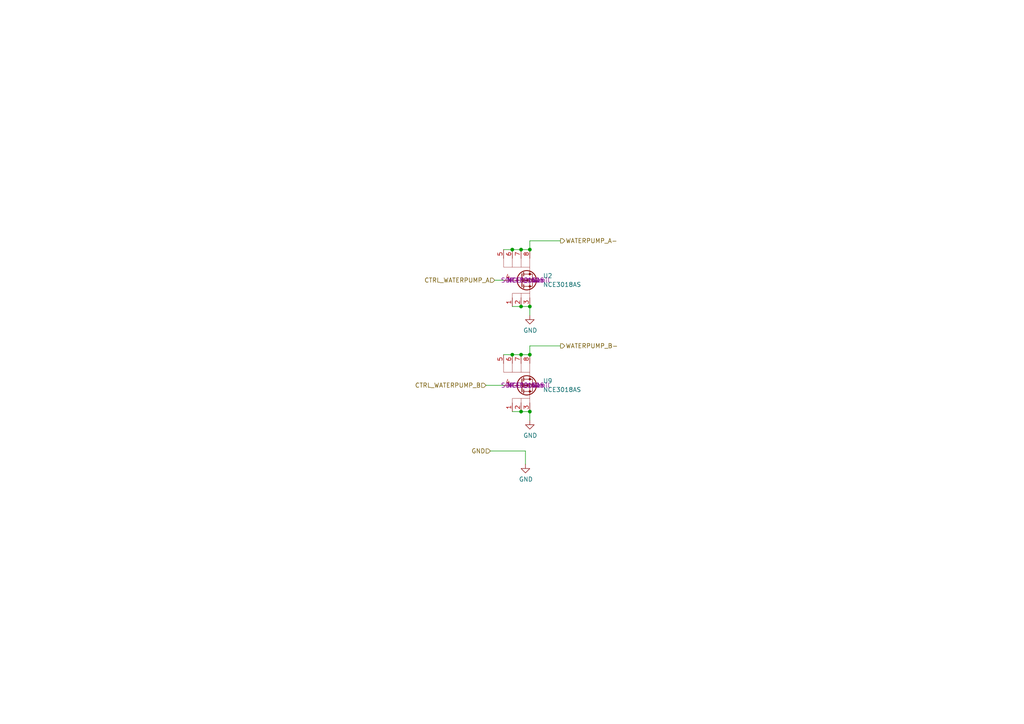
<source format=kicad_sch>
(kicad_sch (version 20210126) (generator eeschema)

  (paper "A4")

  (lib_symbols
    (symbol "Transistors:NCE3018AS" (in_bom yes) (on_board yes)
      (property "Reference" "U" (id 0) (at 3.81 1.27 0)
        (effects (font (size 1.27 1.27)))
      )
      (property "Value" "NCE3018AS" (id 1) (at 7.62 3.81 0)
        (effects (font (size 1.27 1.27)))
      )
      (property "Footprint" "Package_SO:SO-8_3.9x4.9mm_P1.27mm" (id 2) (at 1.27 13.97 0)
        (effects (font (size 1.27 1.27)) hide)
      )
      (property "Datasheet" "https://datasheetspdf.com/pdf-file/1273153/NCEPowerSemiconductor/NCE3018AS/1" (id 3) (at 1.27 13.97 0)
        (effects (font (size 1.27 1.27)) hide)
      )
      (property "Manufacturer Number" "NCE3018AS" (id 4) (at 0 0 0)
        (effects (font (size 1.27 1.27)))
      )
      (property "Package" "SOP-8" (id 5) (at 0 0 0)
        (effects (font (size 1.27 1.27)))
      )
      (property "Manufacturer" "NCE Power" (id 6) (at 0 0 0)
        (effects (font (size 1.27 1.27)))
      )
      (property "ki_description" "VDS =30V,ID =18A RDS(ON) < 7mΩ @ VGS=10V      RDS(ON) < 10mΩ @ VGS=4.5V " (id 7) (at 0 0 0)
        (effects (font (size 1.27 1.27)) hide)
      )
      (symbol "NCE3018AS_0_1"
        (circle (center 0.381 0) (radius 2.794) (stroke (width 0.254)) (fill (type none)))
        (circle (center 1.27 -1.778) (radius 0.254) (stroke (width 0)) (fill (type outline)))
        (circle (center 1.27 1.778) (radius 0.254) (stroke (width 0)) (fill (type outline)))
        (polyline
          (pts
            (xy -1.016 0)
            (xy -3.81 0)
          )
          (stroke (width 0)) (fill (type none))
        )
        (polyline
          (pts
            (xy -1.016 1.905)
            (xy -1.016 -1.905)
          )
          (stroke (width 0.254)) (fill (type none))
        )
        (polyline
          (pts
            (xy -0.508 -1.27)
            (xy -0.508 -2.286)
          )
          (stroke (width 0.254)) (fill (type none))
        )
        (polyline
          (pts
            (xy -0.508 0.508)
            (xy -0.508 -0.508)
          )
          (stroke (width 0.254)) (fill (type none))
        )
        (polyline
          (pts
            (xy -0.508 2.286)
            (xy -0.508 1.27)
          )
          (stroke (width 0.254)) (fill (type none))
        )
        (polyline
          (pts
            (xy 1.27 2.54)
            (xy 1.27 1.778)
          )
          (stroke (width 0)) (fill (type none))
        )
        (polyline
          (pts
            (xy 1.27 -2.54)
            (xy 1.27 0)
            (xy -0.508 0)
          )
          (stroke (width 0)) (fill (type none))
        )
        (polyline
          (pts
            (xy -0.508 -1.778)
            (xy 2.032 -1.778)
            (xy 2.032 1.778)
            (xy -0.508 1.778)
          )
          (stroke (width 0)) (fill (type none))
        )
        (polyline
          (pts
            (xy -0.254 0)
            (xy 0.762 0.381)
            (xy 0.762 -0.381)
            (xy -0.254 0)
          )
          (stroke (width 0)) (fill (type outline))
        )
        (polyline
          (pts
            (xy 1.524 0.508)
            (xy 1.651 0.381)
            (xy 2.413 0.381)
            (xy 2.54 0.254)
          )
          (stroke (width 0)) (fill (type none))
        )
        (polyline
          (pts
            (xy 2.032 0.381)
            (xy 1.651 -0.254)
            (xy 2.413 -0.254)
            (xy 2.032 0.381)
          )
          (stroke (width 0)) (fill (type none))
        )
        (polyline
          (pts
            (xy 1.27 6.35)
            (xy 1.27 1.27)
          )
          (stroke (width 0.0006)) (fill (type none))
        )
        (polyline
          (pts
            (xy -6.35 6.35)
            (xy -6.35 3.81)
            (xy 1.27 3.81)
          )
          (stroke (width 0.0006)) (fill (type none))
        )
        (polyline
          (pts
            (xy -3.81 6.35)
            (xy -3.81 3.81)
          )
          (stroke (width 0.0006)) (fill (type none))
        )
        (polyline
          (pts
            (xy -1.27 6.35)
            (xy -1.27 3.81)
          )
          (stroke (width 0.0006)) (fill (type none))
        )
        (polyline
          (pts
            (xy 1.27 -5.08)
            (xy 1.27 -2.54)
            (xy 1.27 -1.27)
          )
          (stroke (width 0.0006)) (fill (type none))
        )
        (polyline
          (pts
            (xy -3.81 -5.08)
            (xy -3.81 -3.81)
            (xy 1.27 -3.81)
          )
          (stroke (width 0.0006)) (fill (type none))
        )
        (polyline
          (pts
            (xy -1.27 -5.08)
            (xy -1.27 -3.81)
          )
          (stroke (width 0.0006)) (fill (type none))
        )
      )
      (symbol "NCE3018AS_1_1"
        (pin passive line (at -6.35 8.89 270) (length 2.54)
          (name "" (effects (font (size 1.27 1.27))))
          (number "5" (effects (font (size 1.27 1.27))))
        )
        (pin input line (at -6.35 0 0) (length 2.54)
          (name "" (effects (font (size 1.27 1.27))))
          (number "4" (effects (font (size 1.27 1.27))))
        )
        (pin passive line (at -3.81 -7.62 90) (length 2.54)
          (name "" (effects (font (size 1.27 1.27))))
          (number "1" (effects (font (size 1.27 1.27))))
        )
        (pin passive line (at -1.27 -7.62 90) (length 2.54)
          (name "" (effects (font (size 1.27 1.27))))
          (number "2" (effects (font (size 1.27 1.27))))
        )
        (pin passive line (at 1.27 -7.62 90) (length 2.54)
          (name "" (effects (font (size 1.27 1.27))))
          (number "3" (effects (font (size 1.27 1.27))))
        )
        (pin passive line (at -3.81 8.89 270) (length 2.54)
          (name "" (effects (font (size 1.27 1.27))))
          (number "6" (effects (font (size 1.27 1.27))))
        )
        (pin passive line (at -1.27 8.89 270) (length 2.54)
          (name "" (effects (font (size 1.27 1.27))))
          (number "7" (effects (font (size 1.27 1.27))))
        )
        (pin passive line (at 1.27 8.89 270) (length 2.54)
          (name "" (effects (font (size 1.27 1.27))))
          (number "8" (effects (font (size 1.27 1.27))))
        )
      )
    )
    (symbol "Transistors:NCE3018AS_1" (in_bom yes) (on_board yes)
      (property "Reference" "U" (id 0) (at 3.81 1.27 0)
        (effects (font (size 1.27 1.27)))
      )
      (property "Value" "NCE3018AS" (id 1) (at 7.62 3.81 0)
        (effects (font (size 1.27 1.27)))
      )
      (property "Footprint" "Package_SO:SO-8_3.9x4.9mm_P1.27mm" (id 2) (at 1.27 13.97 0)
        (effects (font (size 1.27 1.27)) hide)
      )
      (property "Datasheet" "https://datasheetspdf.com/pdf-file/1273153/NCEPowerSemiconductor/NCE3018AS/1" (id 3) (at 1.27 13.97 0)
        (effects (font (size 1.27 1.27)) hide)
      )
      (property "Manufacturer Number" "NCE3018AS" (id 4) (at 0 0 0)
        (effects (font (size 1.27 1.27)))
      )
      (property "Package" "SOP-8" (id 5) (at 0 0 0)
        (effects (font (size 1.27 1.27)))
      )
      (property "Manufacturer" "NCE Power" (id 6) (at 0 0 0)
        (effects (font (size 1.27 1.27)))
      )
      (property "ki_description" "VDS =30V,ID =18A RDS(ON) < 7mΩ @ VGS=10V      RDS(ON) < 10mΩ @ VGS=4.5V " (id 7) (at 0 0 0)
        (effects (font (size 1.27 1.27)) hide)
      )
      (symbol "NCE3018AS_1_0_1"
        (circle (center 0.381 0) (radius 2.794) (stroke (width 0.254)) (fill (type none)))
        (circle (center 1.27 -1.778) (radius 0.254) (stroke (width 0)) (fill (type outline)))
        (circle (center 1.27 1.778) (radius 0.254) (stroke (width 0)) (fill (type outline)))
        (polyline
          (pts
            (xy -1.016 0)
            (xy -3.81 0)
          )
          (stroke (width 0)) (fill (type none))
        )
        (polyline
          (pts
            (xy -1.016 1.905)
            (xy -1.016 -1.905)
          )
          (stroke (width 0.254)) (fill (type none))
        )
        (polyline
          (pts
            (xy -0.508 -1.27)
            (xy -0.508 -2.286)
          )
          (stroke (width 0.254)) (fill (type none))
        )
        (polyline
          (pts
            (xy -0.508 0.508)
            (xy -0.508 -0.508)
          )
          (stroke (width 0.254)) (fill (type none))
        )
        (polyline
          (pts
            (xy -0.508 2.286)
            (xy -0.508 1.27)
          )
          (stroke (width 0.254)) (fill (type none))
        )
        (polyline
          (pts
            (xy 1.27 2.54)
            (xy 1.27 1.778)
          )
          (stroke (width 0)) (fill (type none))
        )
        (polyline
          (pts
            (xy 1.27 -2.54)
            (xy 1.27 0)
            (xy -0.508 0)
          )
          (stroke (width 0)) (fill (type none))
        )
        (polyline
          (pts
            (xy -0.508 -1.778)
            (xy 2.032 -1.778)
            (xy 2.032 1.778)
            (xy -0.508 1.778)
          )
          (stroke (width 0)) (fill (type none))
        )
        (polyline
          (pts
            (xy -0.254 0)
            (xy 0.762 0.381)
            (xy 0.762 -0.381)
            (xy -0.254 0)
          )
          (stroke (width 0)) (fill (type outline))
        )
        (polyline
          (pts
            (xy 1.524 0.508)
            (xy 1.651 0.381)
            (xy 2.413 0.381)
            (xy 2.54 0.254)
          )
          (stroke (width 0)) (fill (type none))
        )
        (polyline
          (pts
            (xy 2.032 0.381)
            (xy 1.651 -0.254)
            (xy 2.413 -0.254)
            (xy 2.032 0.381)
          )
          (stroke (width 0)) (fill (type none))
        )
        (polyline
          (pts
            (xy 1.27 6.35)
            (xy 1.27 1.27)
          )
          (stroke (width 0.0006)) (fill (type none))
        )
        (polyline
          (pts
            (xy -6.35 6.35)
            (xy -6.35 3.81)
            (xy 1.27 3.81)
          )
          (stroke (width 0.0006)) (fill (type none))
        )
        (polyline
          (pts
            (xy -3.81 6.35)
            (xy -3.81 3.81)
          )
          (stroke (width 0.0006)) (fill (type none))
        )
        (polyline
          (pts
            (xy -1.27 6.35)
            (xy -1.27 3.81)
          )
          (stroke (width 0.0006)) (fill (type none))
        )
        (polyline
          (pts
            (xy 1.27 -5.08)
            (xy 1.27 -2.54)
            (xy 1.27 -1.27)
          )
          (stroke (width 0.0006)) (fill (type none))
        )
        (polyline
          (pts
            (xy -3.81 -5.08)
            (xy -3.81 -3.81)
            (xy 1.27 -3.81)
          )
          (stroke (width 0.0006)) (fill (type none))
        )
        (polyline
          (pts
            (xy -1.27 -5.08)
            (xy -1.27 -3.81)
          )
          (stroke (width 0.0006)) (fill (type none))
        )
      )
      (symbol "NCE3018AS_1_1_1"
        (pin passive line (at -6.35 8.89 270) (length 2.54)
          (name "" (effects (font (size 1.27 1.27))))
          (number "5" (effects (font (size 1.27 1.27))))
        )
        (pin input line (at -6.35 0 0) (length 2.54)
          (name "" (effects (font (size 1.27 1.27))))
          (number "4" (effects (font (size 1.27 1.27))))
        )
        (pin passive line (at -3.81 -7.62 90) (length 2.54)
          (name "" (effects (font (size 1.27 1.27))))
          (number "1" (effects (font (size 1.27 1.27))))
        )
        (pin passive line (at -1.27 -7.62 90) (length 2.54)
          (name "" (effects (font (size 1.27 1.27))))
          (number "2" (effects (font (size 1.27 1.27))))
        )
        (pin passive line (at 1.27 -7.62 90) (length 2.54)
          (name "" (effects (font (size 1.27 1.27))))
          (number "3" (effects (font (size 1.27 1.27))))
        )
        (pin passive line (at -3.81 8.89 270) (length 2.54)
          (name "" (effects (font (size 1.27 1.27))))
          (number "6" (effects (font (size 1.27 1.27))))
        )
        (pin passive line (at -1.27 8.89 270) (length 2.54)
          (name "" (effects (font (size 1.27 1.27))))
          (number "7" (effects (font (size 1.27 1.27))))
        )
        (pin passive line (at 1.27 8.89 270) (length 2.54)
          (name "" (effects (font (size 1.27 1.27))))
          (number "8" (effects (font (size 1.27 1.27))))
        )
      )
    )
    (symbol "power:GND" (power) (pin_names (offset 0)) (in_bom yes) (on_board yes)
      (property "Reference" "#PWR" (id 0) (at 0 -6.35 0)
        (effects (font (size 1.27 1.27)) hide)
      )
      (property "Value" "GND" (id 1) (at 0 -3.81 0)
        (effects (font (size 1.27 1.27)))
      )
      (property "Footprint" "" (id 2) (at 0 0 0)
        (effects (font (size 1.27 1.27)) hide)
      )
      (property "Datasheet" "" (id 3) (at 0 0 0)
        (effects (font (size 1.27 1.27)) hide)
      )
      (property "ki_keywords" "power-flag" (id 4) (at 0 0 0)
        (effects (font (size 1.27 1.27)) hide)
      )
      (property "ki_description" "Power symbol creates a global label with name \"GND\" , ground" (id 5) (at 0 0 0)
        (effects (font (size 1.27 1.27)) hide)
      )
      (symbol "GND_0_1"
        (polyline
          (pts
            (xy 0 0)
            (xy 0 -1.27)
            (xy 1.27 -1.27)
            (xy 0 -2.54)
            (xy -1.27 -1.27)
            (xy 0 -1.27)
          )
          (stroke (width 0)) (fill (type none))
        )
      )
      (symbol "GND_1_1"
        (pin power_in line (at 0 0 270) (length 0) hide
          (name "GND" (effects (font (size 1.27 1.27))))
          (number "1" (effects (font (size 1.27 1.27))))
        )
      )
    )
  )


  (junction (at 148.59 72.39) (diameter 0.9144) (color 0 0 0 0))
  (junction (at 148.59 102.87) (diameter 0.9144) (color 0 0 0 0))
  (junction (at 151.13 72.39) (diameter 0.9144) (color 0 0 0 0))
  (junction (at 151.13 88.9) (diameter 0.9144) (color 0 0 0 0))
  (junction (at 151.13 102.87) (diameter 0.9144) (color 0 0 0 0))
  (junction (at 151.13 119.38) (diameter 0.9144) (color 0 0 0 0))
  (junction (at 153.67 72.39) (diameter 0.9144) (color 0 0 0 0))
  (junction (at 153.67 88.9) (diameter 0.9144) (color 0 0 0 0))
  (junction (at 153.67 102.87) (diameter 0.9144) (color 0 0 0 0))
  (junction (at 153.67 119.38) (diameter 0.9144) (color 0 0 0 0))

  (wire (pts (xy 140.97 111.76) (xy 146.05 111.76))
    (stroke (width 0) (type solid) (color 0 0 0 0))
    (uuid b904f2cb-2115-4eaf-a4f2-94df98fb91ac)
  )
  (wire (pts (xy 142.24 130.81) (xy 152.4 130.81))
    (stroke (width 0) (type solid) (color 0 0 0 0))
    (uuid a984c93a-8a17-4d3c-a782-bdd0099300d8)
  )
  (wire (pts (xy 143.51 81.28) (xy 146.05 81.28))
    (stroke (width 0) (type solid) (color 0 0 0 0))
    (uuid 3f175d85-f723-4c15-9049-01300b7e3bff)
  )
  (wire (pts (xy 146.05 72.39) (xy 148.59 72.39))
    (stroke (width 0) (type solid) (color 0 0 0 0))
    (uuid 2779012f-c226-4a64-b2e8-296bae10a94f)
  )
  (wire (pts (xy 146.05 102.87) (xy 148.59 102.87))
    (stroke (width 0) (type solid) (color 0 0 0 0))
    (uuid 7553cf3f-da57-4763-bedc-99f011645a78)
  )
  (wire (pts (xy 148.59 72.39) (xy 151.13 72.39))
    (stroke (width 0) (type solid) (color 0 0 0 0))
    (uuid 2779012f-c226-4a64-b2e8-296bae10a94f)
  )
  (wire (pts (xy 148.59 88.9) (xy 151.13 88.9))
    (stroke (width 0) (type solid) (color 0 0 0 0))
    (uuid fed9e445-d54b-40c6-a167-a3158bd897ed)
  )
  (wire (pts (xy 148.59 102.87) (xy 151.13 102.87))
    (stroke (width 0) (type solid) (color 0 0 0 0))
    (uuid 0268d21a-19f0-4306-976c-86b31c8431cd)
  )
  (wire (pts (xy 148.59 119.38) (xy 151.13 119.38))
    (stroke (width 0) (type solid) (color 0 0 0 0))
    (uuid 8133b3d1-bf4c-45cc-b2f7-b4fff796940d)
  )
  (wire (pts (xy 151.13 72.39) (xy 153.67 72.39))
    (stroke (width 0) (type solid) (color 0 0 0 0))
    (uuid 2779012f-c226-4a64-b2e8-296bae10a94f)
  )
  (wire (pts (xy 151.13 88.9) (xy 153.67 88.9))
    (stroke (width 0) (type solid) (color 0 0 0 0))
    (uuid fed9e445-d54b-40c6-a167-a3158bd897ed)
  )
  (wire (pts (xy 151.13 102.87) (xy 153.67 102.87))
    (stroke (width 0) (type solid) (color 0 0 0 0))
    (uuid b5dd5ef0-6ca1-4b59-a992-3dd29822d9e2)
  )
  (wire (pts (xy 151.13 119.38) (xy 153.67 119.38))
    (stroke (width 0) (type solid) (color 0 0 0 0))
    (uuid 874d6687-3a26-48ce-9cfd-bc997bda919d)
  )
  (wire (pts (xy 152.4 130.81) (xy 152.4 134.62))
    (stroke (width 0) (type solid) (color 0 0 0 0))
    (uuid 199df82a-98a1-4c41-ac5a-e1f45d3799f4)
  )
  (wire (pts (xy 153.67 69.85) (xy 162.56 69.85))
    (stroke (width 0) (type solid) (color 0 0 0 0))
    (uuid 2177bd9d-8b97-49a9-93a8-44c8498bb8db)
  )
  (wire (pts (xy 153.67 72.39) (xy 153.67 69.85))
    (stroke (width 0) (type solid) (color 0 0 0 0))
    (uuid 2177bd9d-8b97-49a9-93a8-44c8498bb8db)
  )
  (wire (pts (xy 153.67 88.9) (xy 153.67 91.44))
    (stroke (width 0) (type solid) (color 0 0 0 0))
    (uuid 750c9c12-2d03-4216-a8c3-8aa5998e8ae3)
  )
  (wire (pts (xy 153.67 100.33) (xy 162.56 100.33))
    (stroke (width 0) (type solid) (color 0 0 0 0))
    (uuid 531176af-669e-4800-bbab-35bb908d5757)
  )
  (wire (pts (xy 153.67 102.87) (xy 153.67 100.33))
    (stroke (width 0) (type solid) (color 0 0 0 0))
    (uuid 65e92922-4fb5-454c-9775-54aa2ecc5942)
  )
  (wire (pts (xy 153.67 119.38) (xy 153.67 121.92))
    (stroke (width 0) (type solid) (color 0 0 0 0))
    (uuid e8bb399d-3a26-463b-addc-137f895fb5eb)
  )

  (hierarchical_label "CTRL_WATERPUMP_B" (shape input) (at 140.97 111.76 180)
    (effects (font (size 1.27 1.27)) (justify right))
    (uuid ec2554ff-5362-47f1-b7cb-51f9ec7a4c72)
  )
  (hierarchical_label "GND" (shape input) (at 142.24 130.81 180)
    (effects (font (size 1.27 1.27)) (justify right))
    (uuid 0dd762fc-73df-4ade-8705-786a99a3856a)
  )
  (hierarchical_label "CTRL_WATERPUMP_A" (shape input) (at 143.51 81.28 180)
    (effects (font (size 1.27 1.27)) (justify right))
    (uuid 275342d6-f10a-4b36-a417-b5ee90636bd6)
  )
  (hierarchical_label "WATERPUMP_A-" (shape output) (at 162.56 69.85 0)
    (effects (font (size 1.27 1.27)) (justify left))
    (uuid 7f4b564d-1a53-4b67-9a20-edce56612a20)
  )
  (hierarchical_label "WATERPUMP_B-" (shape output) (at 162.56 100.33 0)
    (effects (font (size 1.27 1.27)) (justify left))
    (uuid c346595e-4cc9-4484-9726-554e184fd6c6)
  )

  (symbol (lib_id "power:GND") (at 152.4 134.62 0) (unit 1)
    (in_bom yes) (on_board yes)
    (uuid 00000000-0000-0000-0000-0000609a41a9)
    (property "Reference" "#PWR0138" (id 0) (at 152.4 140.97 0)
      (effects (font (size 1.27 1.27)) hide)
    )
    (property "Value" "GND" (id 1) (at 152.527 139.0142 0))
    (property "Footprint" "" (id 2) (at 152.4 134.62 0)
      (effects (font (size 1.27 1.27)) hide)
    )
    (property "Datasheet" "" (id 3) (at 152.4 134.62 0)
      (effects (font (size 1.27 1.27)) hide)
    )
    (pin "1" (uuid 0fc764b8-2991-4c3b-9e2e-41e67433fbde))
  )

  (symbol (lib_id "power:GND") (at 153.67 91.44 0) (unit 1)
    (in_bom yes) (on_board yes)
    (uuid 00000000-0000-0000-0000-000060994680)
    (property "Reference" "#PWR0136" (id 0) (at 153.67 97.79 0)
      (effects (font (size 1.27 1.27)) hide)
    )
    (property "Value" "GND" (id 1) (at 153.797 95.8342 0))
    (property "Footprint" "" (id 2) (at 153.67 91.44 0)
      (effects (font (size 1.27 1.27)) hide)
    )
    (property "Datasheet" "" (id 3) (at 153.67 91.44 0)
      (effects (font (size 1.27 1.27)) hide)
    )
    (pin "1" (uuid 2c52a515-81bb-4586-a252-5fc62bc7fdb5))
  )

  (symbol (lib_id "power:GND") (at 153.67 121.92 0) (unit 1)
    (in_bom yes) (on_board yes)
    (uuid ffdd0119-26e0-4ad4-bafd-7ecdcecc2f89)
    (property "Reference" "#PWR0101" (id 0) (at 153.67 128.27 0)
      (effects (font (size 1.27 1.27)) hide)
    )
    (property "Value" "GND" (id 1) (at 153.797 126.3142 0))
    (property "Footprint" "" (id 2) (at 153.67 121.92 0)
      (effects (font (size 1.27 1.27)) hide)
    )
    (property "Datasheet" "" (id 3) (at 153.67 121.92 0)
      (effects (font (size 1.27 1.27)) hide)
    )
    (pin "1" (uuid 2c52a515-81bb-4586-a252-5fc62bc7fdb5))
  )

  (symbol (lib_name "Transistors:NCE3018AS_1") (lib_id "Transistors:NCE3018AS") (at 152.4 81.28 0) (unit 1)
    (in_bom yes) (on_board yes)
    (uuid 976966d8-181a-4943-ab8b-314427daa89f)
    (property "Reference" "U2" (id 0) (at 157.48 80.01 0)
      (effects (font (size 1.27 1.27)) (justify left))
    )
    (property "Value" "NCE3018AS" (id 1) (at 157.48 82.55 0)
      (effects (font (size 1.27 1.27)) (justify left))
    )
    (property "Footprint" "Package_SO:SO-8_3.9x4.9mm_P1.27mm" (id 2) (at 153.67 67.31 0)
      (effects (font (size 1.27 1.27)) hide)
    )
    (property "Datasheet" "https://datasheetspdf.com/pdf-file/1273153/NCEPowerSemiconductor/NCE3018AS/1" (id 3) (at 153.67 67.31 0)
      (effects (font (size 1.27 1.27)) hide)
    )
    (property "Manufacturer Number" "NCE3018AS" (id 4) (at 152.4 81.28 0))
    (property "Package" "SOP-8_150mil" (id 5) (at 152.4 81.28 0))
    (property "Manufacturer" "NCE Power" (id 6) (at 152.4 81.28 0))
    (pin "5" (uuid cafb6c70-41cd-448d-984d-c2a94f041cc8))
    (pin "4" (uuid 3df646d8-719f-43f9-86ce-bb689dfc5d25))
    (pin "1" (uuid e50f8be2-77b8-41ce-bde3-6de2a2255c44))
    (pin "2" (uuid c5cb98a2-6494-47d4-a9b6-fc92e0fb6db3))
    (pin "3" (uuid a547fe7a-3e03-45ca-a3d8-d8dd734d1bdc))
    (pin "6" (uuid 50d7bdaf-81d9-47f9-87e9-dcc6833d08a6))
    (pin "7" (uuid aa204dc7-a879-4056-975e-85424a4327e7))
    (pin "8" (uuid 0ab30941-a9ac-40e2-8534-21c866fe2f39))
  )

  (symbol (lib_id "Transistors:NCE3018AS") (at 152.4 111.76 0) (unit 1)
    (in_bom yes) (on_board yes)
    (uuid 3306cf67-0092-4ee6-9926-8219cc645a83)
    (property "Reference" "U9" (id 0) (at 157.48 110.49 0)
      (effects (font (size 1.27 1.27)) (justify left))
    )
    (property "Value" "NCE3018AS" (id 1) (at 157.48 113.03 0)
      (effects (font (size 1.27 1.27)) (justify left))
    )
    (property "Footprint" "Package_SO:SO-8_3.9x4.9mm_P1.27mm" (id 2) (at 153.67 97.79 0)
      (effects (font (size 1.27 1.27)) hide)
    )
    (property "Datasheet" "https://datasheetspdf.com/pdf-file/1273153/NCEPowerSemiconductor/NCE3018AS/1" (id 3) (at 153.67 97.79 0)
      (effects (font (size 1.27 1.27)) hide)
    )
    (property "Manufacturer Number" "NCE3018AS" (id 4) (at 152.4 111.76 0))
    (property "Package" "SOP-8_150mil" (id 5) (at 152.4 111.76 0))
    (property "Manufacturer" "NCE Power" (id 6) (at 152.4 111.76 0))
    (pin "5" (uuid cafb6c70-41cd-448d-984d-c2a94f041cc8))
    (pin "4" (uuid 3df646d8-719f-43f9-86ce-bb689dfc5d25))
    (pin "1" (uuid e50f8be2-77b8-41ce-bde3-6de2a2255c44))
    (pin "2" (uuid c5cb98a2-6494-47d4-a9b6-fc92e0fb6db3))
    (pin "3" (uuid a547fe7a-3e03-45ca-a3d8-d8dd734d1bdc))
    (pin "6" (uuid 50d7bdaf-81d9-47f9-87e9-dcc6833d08a6))
    (pin "7" (uuid aa204dc7-a879-4056-975e-85424a4327e7))
    (pin "8" (uuid 0ab30941-a9ac-40e2-8534-21c866fe2f39))
  )
)

</source>
